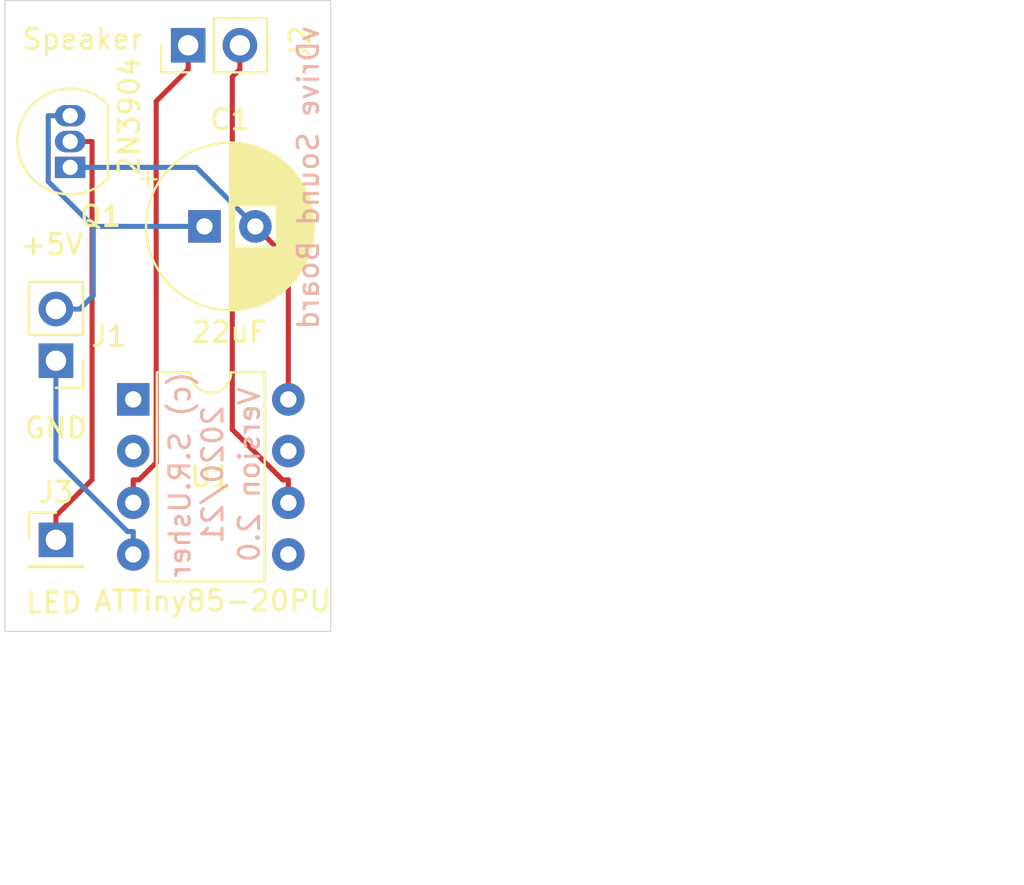
<source format=kicad_pcb>
(kicad_pcb (version 20171130) (host pcbnew "(5.1.7)-1")

  (general
    (thickness 1.6)
    (drawings 16)
    (tracks 31)
    (zones 0)
    (modules 6)
    (nets 11)
  )

  (page A4)
  (layers
    (0 F.Cu signal)
    (31 B.Cu signal)
    (32 B.Adhes user)
    (33 F.Adhes user)
    (34 B.Paste user)
    (35 F.Paste user)
    (36 B.SilkS user)
    (37 F.SilkS user)
    (38 B.Mask user)
    (39 F.Mask user)
    (40 Dwgs.User user)
    (41 Cmts.User user)
    (42 Eco1.User user)
    (43 Eco2.User user)
    (44 Edge.Cuts user)
    (45 Margin user)
    (46 B.CrtYd user)
    (47 F.CrtYd user)
    (48 B.Fab user)
    (49 F.Fab user)
  )

  (setup
    (last_trace_width 0.25)
    (trace_clearance 0.2)
    (zone_clearance 0.508)
    (zone_45_only no)
    (trace_min 0.2)
    (via_size 0.8)
    (via_drill 0.4)
    (via_min_size 0.4)
    (via_min_drill 0.3)
    (uvia_size 0.3)
    (uvia_drill 0.1)
    (uvias_allowed no)
    (uvia_min_size 0.2)
    (uvia_min_drill 0.1)
    (edge_width 0.05)
    (segment_width 0.2)
    (pcb_text_width 0.3)
    (pcb_text_size 1.5 1.5)
    (mod_edge_width 0.12)
    (mod_text_size 1 1)
    (mod_text_width 0.15)
    (pad_size 1.524 1.524)
    (pad_drill 0.762)
    (pad_to_mask_clearance 0)
    (aux_axis_origin 0 0)
    (visible_elements 7FFFFFFF)
    (pcbplotparams
      (layerselection 0x010fc_ffffffff)
      (usegerberextensions false)
      (usegerberattributes true)
      (usegerberadvancedattributes true)
      (creategerberjobfile true)
      (excludeedgelayer true)
      (linewidth 0.100000)
      (plotframeref false)
      (viasonmask false)
      (mode 1)
      (useauxorigin false)
      (hpglpennumber 1)
      (hpglpenspeed 20)
      (hpglpendiameter 15.000000)
      (psnegative false)
      (psa4output false)
      (plotreference true)
      (plotvalue true)
      (plotinvisibletext false)
      (padsonsilk false)
      (subtractmaskfromsilk false)
      (outputformat 1)
      (mirror false)
      (drillshape 0)
      (scaleselection 1)
      (outputdirectory "Gerber/"))
  )

  (net 0 "")
  (net 1 CHIP-POWER)
  (net 2 +5V)
  (net 3 GND)
  (net 4 SPK1)
  (net 5 SPK2)
  (net 6 LED)
  (net 7 "Net-(U1-Pad7)")
  (net 8 "Net-(U1-Pad2)")
  (net 9 "Net-(U1-Pad5)")
  (net 10 "Net-(U1-Pad1)")

  (net_class Default "This is the default net class."
    (clearance 0.2)
    (trace_width 0.25)
    (via_dia 0.8)
    (via_drill 0.4)
    (uvia_dia 0.3)
    (uvia_drill 0.1)
    (add_net +5V)
    (add_net CHIP-POWER)
    (add_net GND)
    (add_net LED)
    (add_net "Net-(U1-Pad1)")
    (add_net "Net-(U1-Pad2)")
    (add_net "Net-(U1-Pad5)")
    (add_net "Net-(U1-Pad7)")
    (add_net SPK1)
    (add_net SPK2)
  )

  (module Package_DIP:DIP-8_W7.62mm (layer F.Cu) (tedit 5A02E8C5) (tstamp 6152F3FE)
    (at 116.3 61.6)
    (descr "8-lead though-hole mounted DIP package, row spacing 7.62 mm (300 mils)")
    (tags "THT DIP DIL PDIP 2.54mm 7.62mm 300mil")
    (path /5EF7961C)
    (fp_text reference U1 (at 3.81 3.8) (layer F.SilkS)
      (effects (font (size 1 1) (thickness 0.15)))
    )
    (fp_text value ATtiny85-20PU (at 3.81 9.95) (layer F.Fab)
      (effects (font (size 1 1) (thickness 0.15)))
    )
    (fp_line (start 8.7 -1.55) (end -1.1 -1.55) (layer F.CrtYd) (width 0.05))
    (fp_line (start 8.7 9.15) (end 8.7 -1.55) (layer F.CrtYd) (width 0.05))
    (fp_line (start -1.1 9.15) (end 8.7 9.15) (layer F.CrtYd) (width 0.05))
    (fp_line (start -1.1 -1.55) (end -1.1 9.15) (layer F.CrtYd) (width 0.05))
    (fp_line (start 6.46 -1.33) (end 4.81 -1.33) (layer F.SilkS) (width 0.12))
    (fp_line (start 6.46 8.95) (end 6.46 -1.33) (layer F.SilkS) (width 0.12))
    (fp_line (start 1.16 8.95) (end 6.46 8.95) (layer F.SilkS) (width 0.12))
    (fp_line (start 1.16 -1.33) (end 1.16 8.95) (layer F.SilkS) (width 0.12))
    (fp_line (start 2.81 -1.33) (end 1.16 -1.33) (layer F.SilkS) (width 0.12))
    (fp_line (start 0.635 -0.27) (end 1.635 -1.27) (layer F.Fab) (width 0.1))
    (fp_line (start 0.635 8.89) (end 0.635 -0.27) (layer F.Fab) (width 0.1))
    (fp_line (start 6.985 8.89) (end 0.635 8.89) (layer F.Fab) (width 0.1))
    (fp_line (start 6.985 -1.27) (end 6.985 8.89) (layer F.Fab) (width 0.1))
    (fp_line (start 1.635 -1.27) (end 6.985 -1.27) (layer F.Fab) (width 0.1))
    (fp_text user %R (at 3.81 3.81) (layer F.Fab)
      (effects (font (size 1 1) (thickness 0.15)))
    )
    (fp_arc (start 3.81 -1.33) (end 2.81 -1.33) (angle -180) (layer F.SilkS) (width 0.12))
    (pad 8 thru_hole oval (at 7.62 0) (size 1.6 1.6) (drill 0.8) (layers *.Cu *.Mask)
      (net 1 CHIP-POWER))
    (pad 4 thru_hole oval (at 0 7.62) (size 1.6 1.6) (drill 0.8) (layers *.Cu *.Mask)
      (net 3 GND))
    (pad 7 thru_hole oval (at 7.62 2.54) (size 1.6 1.6) (drill 0.8) (layers *.Cu *.Mask)
      (net 7 "Net-(U1-Pad7)"))
    (pad 3 thru_hole oval (at 0 5.08) (size 1.6 1.6) (drill 0.8) (layers *.Cu *.Mask)
      (net 5 SPK2))
    (pad 6 thru_hole oval (at 7.62 5.08) (size 1.6 1.6) (drill 0.8) (layers *.Cu *.Mask)
      (net 4 SPK1))
    (pad 2 thru_hole oval (at 0 2.54) (size 1.6 1.6) (drill 0.8) (layers *.Cu *.Mask)
      (net 8 "Net-(U1-Pad2)"))
    (pad 5 thru_hole oval (at 7.62 7.62) (size 1.6 1.6) (drill 0.8) (layers *.Cu *.Mask)
      (net 9 "Net-(U1-Pad5)"))
    (pad 1 thru_hole rect (at 0 0) (size 1.6 1.6) (drill 0.8) (layers *.Cu *.Mask)
      (net 10 "Net-(U1-Pad1)"))
    (model ${KISYS3DMOD}/Package_DIP.3dshapes/DIP-8_W7.62mm.wrl
      (at (xyz 0 0 0))
      (scale (xyz 1 1 1))
      (rotate (xyz 0 0 0))
    )
  )

  (module Package_TO_SOT_THT:TO-92_Inline (layer F.Cu) (tedit 5A1DD157) (tstamp 6152F3E2)
    (at 113.2 50.2 90)
    (descr "TO-92 leads in-line, narrow, oval pads, drill 0.75mm (see NXP sot054_po.pdf)")
    (tags "to-92 sc-43 sc-43a sot54 PA33 transistor")
    (path /5EF7C242)
    (fp_text reference Q1 (at -2.4 1.5 180) (layer F.SilkS)
      (effects (font (size 1 1) (thickness 0.15)))
    )
    (fp_text value 2N3904 (at 1.1 -2.6 90) (layer F.Fab)
      (effects (font (size 1 1) (thickness 0.15)))
    )
    (fp_line (start 4 2.01) (end -1.46 2.01) (layer F.CrtYd) (width 0.05))
    (fp_line (start 4 2.01) (end 4 -2.73) (layer F.CrtYd) (width 0.05))
    (fp_line (start -1.46 -2.73) (end -1.46 2.01) (layer F.CrtYd) (width 0.05))
    (fp_line (start -1.46 -2.73) (end 4 -2.73) (layer F.CrtYd) (width 0.05))
    (fp_line (start -0.5 1.75) (end 3 1.75) (layer F.Fab) (width 0.1))
    (fp_line (start -0.53 1.85) (end 3.07 1.85) (layer F.SilkS) (width 0.12))
    (fp_arc (start 1.27 0) (end 1.27 -2.6) (angle 135) (layer F.SilkS) (width 0.12))
    (fp_arc (start 1.27 0) (end 1.27 -2.48) (angle -135) (layer F.Fab) (width 0.1))
    (fp_arc (start 1.27 0) (end 1.27 -2.6) (angle -135) (layer F.SilkS) (width 0.12))
    (fp_arc (start 1.27 0) (end 1.27 -2.48) (angle 135) (layer F.Fab) (width 0.1))
    (fp_text user %R (at 1.27 0 90) (layer F.Fab)
      (effects (font (size 1 1) (thickness 0.15)))
    )
    (pad 1 thru_hole rect (at 0 0 90) (size 1.05 1.5) (drill 0.75) (layers *.Cu *.Mask)
      (net 1 CHIP-POWER))
    (pad 3 thru_hole oval (at 2.54 0 90) (size 1.05 1.5) (drill 0.75) (layers *.Cu *.Mask)
      (net 2 +5V))
    (pad 2 thru_hole oval (at 1.27 0 90) (size 1.05 1.5) (drill 0.75) (layers *.Cu *.Mask)
      (net 6 LED))
    (model ${KISYS3DMOD}/Package_TO_SOT_THT.3dshapes/TO-92_Inline.wrl
      (at (xyz 0 0 0))
      (scale (xyz 1 1 1))
      (rotate (xyz 0 0 0))
    )
  )

  (module Connector_PinHeader_2.54mm:PinHeader_1x01_P2.54mm_Vertical (layer F.Cu) (tedit 59FED5CC) (tstamp 6152F3D0)
    (at 112.5 68.5)
    (descr "Through hole straight pin header, 1x01, 2.54mm pitch, single row")
    (tags "Through hole pin header THT 1x01 2.54mm single row")
    (path /6152EBFD)
    (fp_text reference J3 (at 0 -2.33) (layer F.SilkS)
      (effects (font (size 1 1) (thickness 0.15)))
    )
    (fp_text value "Wire to LED" (at 0 2.33) (layer F.Fab) hide
      (effects (font (size 1 1) (thickness 0.15)))
    )
    (fp_line (start 1.8 -1.8) (end -1.8 -1.8) (layer F.CrtYd) (width 0.05))
    (fp_line (start 1.8 1.8) (end 1.8 -1.8) (layer F.CrtYd) (width 0.05))
    (fp_line (start -1.8 1.8) (end 1.8 1.8) (layer F.CrtYd) (width 0.05))
    (fp_line (start -1.8 -1.8) (end -1.8 1.8) (layer F.CrtYd) (width 0.05))
    (fp_line (start -1.33 -1.33) (end 0 -1.33) (layer F.SilkS) (width 0.12))
    (fp_line (start -1.33 0) (end -1.33 -1.33) (layer F.SilkS) (width 0.12))
    (fp_line (start -1.33 1.27) (end 1.33 1.27) (layer F.SilkS) (width 0.12))
    (fp_line (start 1.33 1.27) (end 1.33 1.33) (layer F.SilkS) (width 0.12))
    (fp_line (start -1.33 1.27) (end -1.33 1.33) (layer F.SilkS) (width 0.12))
    (fp_line (start -1.33 1.33) (end 1.33 1.33) (layer F.SilkS) (width 0.12))
    (fp_line (start -1.27 -0.635) (end -0.635 -1.27) (layer F.Fab) (width 0.1))
    (fp_line (start -1.27 1.27) (end -1.27 -0.635) (layer F.Fab) (width 0.1))
    (fp_line (start 1.27 1.27) (end -1.27 1.27) (layer F.Fab) (width 0.1))
    (fp_line (start 1.27 -1.27) (end 1.27 1.27) (layer F.Fab) (width 0.1))
    (fp_line (start -0.635 -1.27) (end 1.27 -1.27) (layer F.Fab) (width 0.1))
    (fp_text user %R (at 0 0 90) (layer F.Fab)
      (effects (font (size 1 1) (thickness 0.15)))
    )
    (pad 1 thru_hole rect (at 0 0) (size 1.7 1.7) (drill 1) (layers *.Cu *.Mask)
      (net 6 LED))
    (model ${KISYS3DMOD}/Connector_PinHeader_2.54mm.3dshapes/PinHeader_1x01_P2.54mm_Vertical.wrl
      (at (xyz 0 0 0))
      (scale (xyz 1 1 1))
      (rotate (xyz 0 0 0))
    )
  )

  (module Connector_PinHeader_2.54mm:PinHeader_1x02_P2.54mm_Vertical (layer F.Cu) (tedit 59FED5CC) (tstamp 6152F3BB)
    (at 119 44.2 90)
    (descr "Through hole straight pin header, 1x02, 2.54mm pitch, single row")
    (tags "Through hole pin header THT 1x02 2.54mm single row")
    (path /6150D1CE)
    (fp_text reference J2 (at 0.1 5.5 90) (layer F.SilkS)
      (effects (font (size 1 1) (thickness 0.15)))
    )
    (fp_text value "Speaker Connector" (at 0 4.87 90) (layer F.Fab) hide
      (effects (font (size 1 1) (thickness 0.15)))
    )
    (fp_line (start 1.8 -1.8) (end -1.8 -1.8) (layer F.CrtYd) (width 0.05))
    (fp_line (start 1.8 4.35) (end 1.8 -1.8) (layer F.CrtYd) (width 0.05))
    (fp_line (start -1.8 4.35) (end 1.8 4.35) (layer F.CrtYd) (width 0.05))
    (fp_line (start -1.8 -1.8) (end -1.8 4.35) (layer F.CrtYd) (width 0.05))
    (fp_line (start -1.33 -1.33) (end 0 -1.33) (layer F.SilkS) (width 0.12))
    (fp_line (start -1.33 0) (end -1.33 -1.33) (layer F.SilkS) (width 0.12))
    (fp_line (start -1.33 1.27) (end 1.33 1.27) (layer F.SilkS) (width 0.12))
    (fp_line (start 1.33 1.27) (end 1.33 3.87) (layer F.SilkS) (width 0.12))
    (fp_line (start -1.33 1.27) (end -1.33 3.87) (layer F.SilkS) (width 0.12))
    (fp_line (start -1.33 3.87) (end 1.33 3.87) (layer F.SilkS) (width 0.12))
    (fp_line (start -1.27 -0.635) (end -0.635 -1.27) (layer F.Fab) (width 0.1))
    (fp_line (start -1.27 3.81) (end -1.27 -0.635) (layer F.Fab) (width 0.1))
    (fp_line (start 1.27 3.81) (end -1.27 3.81) (layer F.Fab) (width 0.1))
    (fp_line (start 1.27 -1.27) (end 1.27 3.81) (layer F.Fab) (width 0.1))
    (fp_line (start -0.635 -1.27) (end 1.27 -1.27) (layer F.Fab) (width 0.1))
    (fp_text user %R (at 0 1.27) (layer F.Fab)
      (effects (font (size 1 1) (thickness 0.15)))
    )
    (pad 2 thru_hole oval (at 0 2.54 90) (size 1.7 1.7) (drill 1) (layers *.Cu *.Mask)
      (net 4 SPK1))
    (pad 1 thru_hole rect (at 0 0 90) (size 1.7 1.7) (drill 1) (layers *.Cu *.Mask)
      (net 5 SPK2))
    (model ${KISYS3DMOD}/Connector_PinHeader_2.54mm.3dshapes/PinHeader_1x02_P2.54mm_Vertical.wrl
      (at (xyz 0 0 0))
      (scale (xyz 1 1 1))
      (rotate (xyz 0 0 0))
    )
  )

  (module Connector_PinHeader_2.54mm:PinHeader_1x02_P2.54mm_Vertical (layer F.Cu) (tedit 59FED5CC) (tstamp 6153079A)
    (at 112.5 59.7 180)
    (descr "Through hole straight pin header, 1x02, 2.54mm pitch, single row")
    (tags "Through hole pin header THT 1x02 2.54mm single row")
    (path /6152FB75)
    (fp_text reference J1 (at -2.6 1.2) (layer F.SilkS)
      (effects (font (size 1 1) (thickness 0.15)))
    )
    (fp_text value "Power Connector" (at 0 4.87) (layer F.Fab) hide
      (effects (font (size 1 1) (thickness 0.15)))
    )
    (fp_line (start 1.8 -1.8) (end -1.8 -1.8) (layer F.CrtYd) (width 0.05))
    (fp_line (start 1.8 4.35) (end 1.8 -1.8) (layer F.CrtYd) (width 0.05))
    (fp_line (start -1.8 4.35) (end 1.8 4.35) (layer F.CrtYd) (width 0.05))
    (fp_line (start -1.8 -1.8) (end -1.8 4.35) (layer F.CrtYd) (width 0.05))
    (fp_line (start -1.33 -1.33) (end 0 -1.33) (layer F.SilkS) (width 0.12))
    (fp_line (start -1.33 0) (end -1.33 -1.33) (layer F.SilkS) (width 0.12))
    (fp_line (start -1.33 1.27) (end 1.33 1.27) (layer F.SilkS) (width 0.12))
    (fp_line (start 1.33 1.27) (end 1.33 3.87) (layer F.SilkS) (width 0.12))
    (fp_line (start -1.33 1.27) (end -1.33 3.87) (layer F.SilkS) (width 0.12))
    (fp_line (start -1.33 3.87) (end 1.33 3.87) (layer F.SilkS) (width 0.12))
    (fp_line (start -1.27 -0.635) (end -0.635 -1.27) (layer F.Fab) (width 0.1))
    (fp_line (start -1.27 3.81) (end -1.27 -0.635) (layer F.Fab) (width 0.1))
    (fp_line (start 1.27 3.81) (end -1.27 3.81) (layer F.Fab) (width 0.1))
    (fp_line (start 1.27 -1.27) (end 1.27 3.81) (layer F.Fab) (width 0.1))
    (fp_line (start -0.635 -1.27) (end 1.27 -1.27) (layer F.Fab) (width 0.1))
    (fp_text user %R (at 0 1.27 90) (layer F.Fab)
      (effects (font (size 1 1) (thickness 0.15)))
    )
    (pad 2 thru_hole oval (at 0 2.54 180) (size 1.7 1.7) (drill 1) (layers *.Cu *.Mask)
      (net 2 +5V))
    (pad 1 thru_hole rect (at 0 0 180) (size 1.7 1.7) (drill 1) (layers *.Cu *.Mask)
      (net 3 GND))
    (model ${KISYS3DMOD}/Connector_PinHeader_2.54mm.3dshapes/PinHeader_1x02_P2.54mm_Vertical.wrl
      (at (xyz 0 0 0))
      (scale (xyz 1 1 1))
      (rotate (xyz 0 0 0))
    )
  )

  (module Capacitor_THT:CP_Radial_D8.0mm_P2.50mm (layer F.Cu) (tedit 5AE50EF0) (tstamp 6152F38F)
    (at 119.8 53.1)
    (descr "CP, Radial series, Radial, pin pitch=2.50mm, , diameter=8mm, Electrolytic Capacitor")
    (tags "CP Radial series Radial pin pitch 2.50mm  diameter 8mm Electrolytic Capacitor")
    (path /5EF81E3F)
    (fp_text reference C1 (at 1.25 -5.25) (layer F.SilkS)
      (effects (font (size 1 1) (thickness 0.15)))
    )
    (fp_text value 22uF (at 1.25 5.25) (layer F.Fab)
      (effects (font (size 1 1) (thickness 0.15)))
    )
    (fp_line (start -2.759698 -2.715) (end -2.759698 -1.915) (layer F.SilkS) (width 0.12))
    (fp_line (start -3.159698 -2.315) (end -2.359698 -2.315) (layer F.SilkS) (width 0.12))
    (fp_line (start 5.331 -0.533) (end 5.331 0.533) (layer F.SilkS) (width 0.12))
    (fp_line (start 5.291 -0.768) (end 5.291 0.768) (layer F.SilkS) (width 0.12))
    (fp_line (start 5.251 -0.948) (end 5.251 0.948) (layer F.SilkS) (width 0.12))
    (fp_line (start 5.211 -1.098) (end 5.211 1.098) (layer F.SilkS) (width 0.12))
    (fp_line (start 5.171 -1.229) (end 5.171 1.229) (layer F.SilkS) (width 0.12))
    (fp_line (start 5.131 -1.346) (end 5.131 1.346) (layer F.SilkS) (width 0.12))
    (fp_line (start 5.091 -1.453) (end 5.091 1.453) (layer F.SilkS) (width 0.12))
    (fp_line (start 5.051 -1.552) (end 5.051 1.552) (layer F.SilkS) (width 0.12))
    (fp_line (start 5.011 -1.645) (end 5.011 1.645) (layer F.SilkS) (width 0.12))
    (fp_line (start 4.971 -1.731) (end 4.971 1.731) (layer F.SilkS) (width 0.12))
    (fp_line (start 4.931 -1.813) (end 4.931 1.813) (layer F.SilkS) (width 0.12))
    (fp_line (start 4.891 -1.89) (end 4.891 1.89) (layer F.SilkS) (width 0.12))
    (fp_line (start 4.851 -1.964) (end 4.851 1.964) (layer F.SilkS) (width 0.12))
    (fp_line (start 4.811 -2.034) (end 4.811 2.034) (layer F.SilkS) (width 0.12))
    (fp_line (start 4.771 -2.102) (end 4.771 2.102) (layer F.SilkS) (width 0.12))
    (fp_line (start 4.731 -2.166) (end 4.731 2.166) (layer F.SilkS) (width 0.12))
    (fp_line (start 4.691 -2.228) (end 4.691 2.228) (layer F.SilkS) (width 0.12))
    (fp_line (start 4.651 -2.287) (end 4.651 2.287) (layer F.SilkS) (width 0.12))
    (fp_line (start 4.611 -2.345) (end 4.611 2.345) (layer F.SilkS) (width 0.12))
    (fp_line (start 4.571 -2.4) (end 4.571 2.4) (layer F.SilkS) (width 0.12))
    (fp_line (start 4.531 -2.454) (end 4.531 2.454) (layer F.SilkS) (width 0.12))
    (fp_line (start 4.491 -2.505) (end 4.491 2.505) (layer F.SilkS) (width 0.12))
    (fp_line (start 4.451 -2.556) (end 4.451 2.556) (layer F.SilkS) (width 0.12))
    (fp_line (start 4.411 -2.604) (end 4.411 2.604) (layer F.SilkS) (width 0.12))
    (fp_line (start 4.371 -2.651) (end 4.371 2.651) (layer F.SilkS) (width 0.12))
    (fp_line (start 4.331 -2.697) (end 4.331 2.697) (layer F.SilkS) (width 0.12))
    (fp_line (start 4.291 -2.741) (end 4.291 2.741) (layer F.SilkS) (width 0.12))
    (fp_line (start 4.251 -2.784) (end 4.251 2.784) (layer F.SilkS) (width 0.12))
    (fp_line (start 4.211 -2.826) (end 4.211 2.826) (layer F.SilkS) (width 0.12))
    (fp_line (start 4.171 -2.867) (end 4.171 2.867) (layer F.SilkS) (width 0.12))
    (fp_line (start 4.131 -2.907) (end 4.131 2.907) (layer F.SilkS) (width 0.12))
    (fp_line (start 4.091 -2.945) (end 4.091 2.945) (layer F.SilkS) (width 0.12))
    (fp_line (start 4.051 -2.983) (end 4.051 2.983) (layer F.SilkS) (width 0.12))
    (fp_line (start 4.011 -3.019) (end 4.011 3.019) (layer F.SilkS) (width 0.12))
    (fp_line (start 3.971 -3.055) (end 3.971 3.055) (layer F.SilkS) (width 0.12))
    (fp_line (start 3.931 -3.09) (end 3.931 3.09) (layer F.SilkS) (width 0.12))
    (fp_line (start 3.891 -3.124) (end 3.891 3.124) (layer F.SilkS) (width 0.12))
    (fp_line (start 3.851 -3.156) (end 3.851 3.156) (layer F.SilkS) (width 0.12))
    (fp_line (start 3.811 -3.189) (end 3.811 3.189) (layer F.SilkS) (width 0.12))
    (fp_line (start 3.771 -3.22) (end 3.771 3.22) (layer F.SilkS) (width 0.12))
    (fp_line (start 3.731 -3.25) (end 3.731 3.25) (layer F.SilkS) (width 0.12))
    (fp_line (start 3.691 -3.28) (end 3.691 3.28) (layer F.SilkS) (width 0.12))
    (fp_line (start 3.651 -3.309) (end 3.651 3.309) (layer F.SilkS) (width 0.12))
    (fp_line (start 3.611 -3.338) (end 3.611 3.338) (layer F.SilkS) (width 0.12))
    (fp_line (start 3.571 -3.365) (end 3.571 3.365) (layer F.SilkS) (width 0.12))
    (fp_line (start 3.531 1.04) (end 3.531 3.392) (layer F.SilkS) (width 0.12))
    (fp_line (start 3.531 -3.392) (end 3.531 -1.04) (layer F.SilkS) (width 0.12))
    (fp_line (start 3.491 1.04) (end 3.491 3.418) (layer F.SilkS) (width 0.12))
    (fp_line (start 3.491 -3.418) (end 3.491 -1.04) (layer F.SilkS) (width 0.12))
    (fp_line (start 3.451 1.04) (end 3.451 3.444) (layer F.SilkS) (width 0.12))
    (fp_line (start 3.451 -3.444) (end 3.451 -1.04) (layer F.SilkS) (width 0.12))
    (fp_line (start 3.411 1.04) (end 3.411 3.469) (layer F.SilkS) (width 0.12))
    (fp_line (start 3.411 -3.469) (end 3.411 -1.04) (layer F.SilkS) (width 0.12))
    (fp_line (start 3.371 1.04) (end 3.371 3.493) (layer F.SilkS) (width 0.12))
    (fp_line (start 3.371 -3.493) (end 3.371 -1.04) (layer F.SilkS) (width 0.12))
    (fp_line (start 3.331 1.04) (end 3.331 3.517) (layer F.SilkS) (width 0.12))
    (fp_line (start 3.331 -3.517) (end 3.331 -1.04) (layer F.SilkS) (width 0.12))
    (fp_line (start 3.291 1.04) (end 3.291 3.54) (layer F.SilkS) (width 0.12))
    (fp_line (start 3.291 -3.54) (end 3.291 -1.04) (layer F.SilkS) (width 0.12))
    (fp_line (start 3.251 1.04) (end 3.251 3.562) (layer F.SilkS) (width 0.12))
    (fp_line (start 3.251 -3.562) (end 3.251 -1.04) (layer F.SilkS) (width 0.12))
    (fp_line (start 3.211 1.04) (end 3.211 3.584) (layer F.SilkS) (width 0.12))
    (fp_line (start 3.211 -3.584) (end 3.211 -1.04) (layer F.SilkS) (width 0.12))
    (fp_line (start 3.171 1.04) (end 3.171 3.606) (layer F.SilkS) (width 0.12))
    (fp_line (start 3.171 -3.606) (end 3.171 -1.04) (layer F.SilkS) (width 0.12))
    (fp_line (start 3.131 1.04) (end 3.131 3.627) (layer F.SilkS) (width 0.12))
    (fp_line (start 3.131 -3.627) (end 3.131 -1.04) (layer F.SilkS) (width 0.12))
    (fp_line (start 3.091 1.04) (end 3.091 3.647) (layer F.SilkS) (width 0.12))
    (fp_line (start 3.091 -3.647) (end 3.091 -1.04) (layer F.SilkS) (width 0.12))
    (fp_line (start 3.051 1.04) (end 3.051 3.666) (layer F.SilkS) (width 0.12))
    (fp_line (start 3.051 -3.666) (end 3.051 -1.04) (layer F.SilkS) (width 0.12))
    (fp_line (start 3.011 1.04) (end 3.011 3.686) (layer F.SilkS) (width 0.12))
    (fp_line (start 3.011 -3.686) (end 3.011 -1.04) (layer F.SilkS) (width 0.12))
    (fp_line (start 2.971 1.04) (end 2.971 3.704) (layer F.SilkS) (width 0.12))
    (fp_line (start 2.971 -3.704) (end 2.971 -1.04) (layer F.SilkS) (width 0.12))
    (fp_line (start 2.931 1.04) (end 2.931 3.722) (layer F.SilkS) (width 0.12))
    (fp_line (start 2.931 -3.722) (end 2.931 -1.04) (layer F.SilkS) (width 0.12))
    (fp_line (start 2.891 1.04) (end 2.891 3.74) (layer F.SilkS) (width 0.12))
    (fp_line (start 2.891 -3.74) (end 2.891 -1.04) (layer F.SilkS) (width 0.12))
    (fp_line (start 2.851 1.04) (end 2.851 3.757) (layer F.SilkS) (width 0.12))
    (fp_line (start 2.851 -3.757) (end 2.851 -1.04) (layer F.SilkS) (width 0.12))
    (fp_line (start 2.811 1.04) (end 2.811 3.774) (layer F.SilkS) (width 0.12))
    (fp_line (start 2.811 -3.774) (end 2.811 -1.04) (layer F.SilkS) (width 0.12))
    (fp_line (start 2.771 1.04) (end 2.771 3.79) (layer F.SilkS) (width 0.12))
    (fp_line (start 2.771 -3.79) (end 2.771 -1.04) (layer F.SilkS) (width 0.12))
    (fp_line (start 2.731 1.04) (end 2.731 3.805) (layer F.SilkS) (width 0.12))
    (fp_line (start 2.731 -3.805) (end 2.731 -1.04) (layer F.SilkS) (width 0.12))
    (fp_line (start 2.691 1.04) (end 2.691 3.821) (layer F.SilkS) (width 0.12))
    (fp_line (start 2.691 -3.821) (end 2.691 -1.04) (layer F.SilkS) (width 0.12))
    (fp_line (start 2.651 1.04) (end 2.651 3.835) (layer F.SilkS) (width 0.12))
    (fp_line (start 2.651 -3.835) (end 2.651 -1.04) (layer F.SilkS) (width 0.12))
    (fp_line (start 2.611 1.04) (end 2.611 3.85) (layer F.SilkS) (width 0.12))
    (fp_line (start 2.611 -3.85) (end 2.611 -1.04) (layer F.SilkS) (width 0.12))
    (fp_line (start 2.571 1.04) (end 2.571 3.863) (layer F.SilkS) (width 0.12))
    (fp_line (start 2.571 -3.863) (end 2.571 -1.04) (layer F.SilkS) (width 0.12))
    (fp_line (start 2.531 1.04) (end 2.531 3.877) (layer F.SilkS) (width 0.12))
    (fp_line (start 2.531 -3.877) (end 2.531 -1.04) (layer F.SilkS) (width 0.12))
    (fp_line (start 2.491 1.04) (end 2.491 3.889) (layer F.SilkS) (width 0.12))
    (fp_line (start 2.491 -3.889) (end 2.491 -1.04) (layer F.SilkS) (width 0.12))
    (fp_line (start 2.451 1.04) (end 2.451 3.902) (layer F.SilkS) (width 0.12))
    (fp_line (start 2.451 -3.902) (end 2.451 -1.04) (layer F.SilkS) (width 0.12))
    (fp_line (start 2.411 1.04) (end 2.411 3.914) (layer F.SilkS) (width 0.12))
    (fp_line (start 2.411 -3.914) (end 2.411 -1.04) (layer F.SilkS) (width 0.12))
    (fp_line (start 2.371 1.04) (end 2.371 3.925) (layer F.SilkS) (width 0.12))
    (fp_line (start 2.371 -3.925) (end 2.371 -1.04) (layer F.SilkS) (width 0.12))
    (fp_line (start 2.331 1.04) (end 2.331 3.936) (layer F.SilkS) (width 0.12))
    (fp_line (start 2.331 -3.936) (end 2.331 -1.04) (layer F.SilkS) (width 0.12))
    (fp_line (start 2.291 1.04) (end 2.291 3.947) (layer F.SilkS) (width 0.12))
    (fp_line (start 2.291 -3.947) (end 2.291 -1.04) (layer F.SilkS) (width 0.12))
    (fp_line (start 2.251 1.04) (end 2.251 3.957) (layer F.SilkS) (width 0.12))
    (fp_line (start 2.251 -3.957) (end 2.251 -1.04) (layer F.SilkS) (width 0.12))
    (fp_line (start 2.211 1.04) (end 2.211 3.967) (layer F.SilkS) (width 0.12))
    (fp_line (start 2.211 -3.967) (end 2.211 -1.04) (layer F.SilkS) (width 0.12))
    (fp_line (start 2.171 1.04) (end 2.171 3.976) (layer F.SilkS) (width 0.12))
    (fp_line (start 2.171 -3.976) (end 2.171 -1.04) (layer F.SilkS) (width 0.12))
    (fp_line (start 2.131 1.04) (end 2.131 3.985) (layer F.SilkS) (width 0.12))
    (fp_line (start 2.131 -3.985) (end 2.131 -1.04) (layer F.SilkS) (width 0.12))
    (fp_line (start 2.091 1.04) (end 2.091 3.994) (layer F.SilkS) (width 0.12))
    (fp_line (start 2.091 -3.994) (end 2.091 -1.04) (layer F.SilkS) (width 0.12))
    (fp_line (start 2.051 1.04) (end 2.051 4.002) (layer F.SilkS) (width 0.12))
    (fp_line (start 2.051 -4.002) (end 2.051 -1.04) (layer F.SilkS) (width 0.12))
    (fp_line (start 2.011 1.04) (end 2.011 4.01) (layer F.SilkS) (width 0.12))
    (fp_line (start 2.011 -4.01) (end 2.011 -1.04) (layer F.SilkS) (width 0.12))
    (fp_line (start 1.971 1.04) (end 1.971 4.017) (layer F.SilkS) (width 0.12))
    (fp_line (start 1.971 -4.017) (end 1.971 -1.04) (layer F.SilkS) (width 0.12))
    (fp_line (start 1.93 1.04) (end 1.93 4.024) (layer F.SilkS) (width 0.12))
    (fp_line (start 1.93 -4.024) (end 1.93 -1.04) (layer F.SilkS) (width 0.12))
    (fp_line (start 1.89 1.04) (end 1.89 4.03) (layer F.SilkS) (width 0.12))
    (fp_line (start 1.89 -4.03) (end 1.89 -1.04) (layer F.SilkS) (width 0.12))
    (fp_line (start 1.85 1.04) (end 1.85 4.037) (layer F.SilkS) (width 0.12))
    (fp_line (start 1.85 -4.037) (end 1.85 -1.04) (layer F.SilkS) (width 0.12))
    (fp_line (start 1.81 1.04) (end 1.81 4.042) (layer F.SilkS) (width 0.12))
    (fp_line (start 1.81 -4.042) (end 1.81 -1.04) (layer F.SilkS) (width 0.12))
    (fp_line (start 1.77 1.04) (end 1.77 4.048) (layer F.SilkS) (width 0.12))
    (fp_line (start 1.77 -4.048) (end 1.77 -1.04) (layer F.SilkS) (width 0.12))
    (fp_line (start 1.73 1.04) (end 1.73 4.052) (layer F.SilkS) (width 0.12))
    (fp_line (start 1.73 -4.052) (end 1.73 -1.04) (layer F.SilkS) (width 0.12))
    (fp_line (start 1.69 1.04) (end 1.69 4.057) (layer F.SilkS) (width 0.12))
    (fp_line (start 1.69 -4.057) (end 1.69 -1.04) (layer F.SilkS) (width 0.12))
    (fp_line (start 1.65 1.04) (end 1.65 4.061) (layer F.SilkS) (width 0.12))
    (fp_line (start 1.65 -4.061) (end 1.65 -1.04) (layer F.SilkS) (width 0.12))
    (fp_line (start 1.61 1.04) (end 1.61 4.065) (layer F.SilkS) (width 0.12))
    (fp_line (start 1.61 -4.065) (end 1.61 -1.04) (layer F.SilkS) (width 0.12))
    (fp_line (start 1.57 1.04) (end 1.57 4.068) (layer F.SilkS) (width 0.12))
    (fp_line (start 1.57 -4.068) (end 1.57 -1.04) (layer F.SilkS) (width 0.12))
    (fp_line (start 1.53 1.04) (end 1.53 4.071) (layer F.SilkS) (width 0.12))
    (fp_line (start 1.53 -4.071) (end 1.53 -1.04) (layer F.SilkS) (width 0.12))
    (fp_line (start 1.49 1.04) (end 1.49 4.074) (layer F.SilkS) (width 0.12))
    (fp_line (start 1.49 -4.074) (end 1.49 -1.04) (layer F.SilkS) (width 0.12))
    (fp_line (start 1.45 -4.076) (end 1.45 4.076) (layer F.SilkS) (width 0.12))
    (fp_line (start 1.41 -4.077) (end 1.41 4.077) (layer F.SilkS) (width 0.12))
    (fp_line (start 1.37 -4.079) (end 1.37 4.079) (layer F.SilkS) (width 0.12))
    (fp_line (start 1.33 -4.08) (end 1.33 4.08) (layer F.SilkS) (width 0.12))
    (fp_line (start 1.29 -4.08) (end 1.29 4.08) (layer F.SilkS) (width 0.12))
    (fp_line (start 1.25 -4.08) (end 1.25 4.08) (layer F.SilkS) (width 0.12))
    (fp_line (start -1.776759 -2.1475) (end -1.776759 -1.3475) (layer F.Fab) (width 0.1))
    (fp_line (start -2.176759 -1.7475) (end -1.376759 -1.7475) (layer F.Fab) (width 0.1))
    (fp_circle (center 1.25 0) (end 5.5 0) (layer F.CrtYd) (width 0.05))
    (fp_circle (center 1.25 0) (end 5.37 0) (layer F.SilkS) (width 0.12))
    (fp_circle (center 1.25 0) (end 5.25 0) (layer F.Fab) (width 0.1))
    (fp_text user %R (at 1.25 0) (layer F.Fab)
      (effects (font (size 1 1) (thickness 0.15)))
    )
    (pad 2 thru_hole circle (at 2.5 0) (size 1.6 1.6) (drill 0.8) (layers *.Cu *.Mask)
      (net 1 CHIP-POWER))
    (pad 1 thru_hole rect (at 0 0) (size 1.6 1.6) (drill 0.8) (layers *.Cu *.Mask)
      (net 2 +5V))
    (model ${KISYS3DMOD}/Capacitor_THT.3dshapes/CP_Radial_D8.0mm_P2.50mm.wrl
      (at (xyz 0 0 0))
      (scale (xyz 1 1 1))
      (rotate (xyz 0 0 0))
    )
  )

  (gr_text 2N3904 (at 116.1 47.7 90) (layer F.SilkS)
    (effects (font (size 1 1) (thickness 0.15)))
  )
  (gr_text 22uF (at 121 58.3) (layer F.SilkS)
    (effects (font (size 1 1) (thickness 0.15)))
  )
  (gr_text ATTiny85-20PU (at 120.2 71.5) (layer F.SilkS)
    (effects (font (size 1 1) (thickness 0.15)))
  )
  (gr_text "Version 2.0" (at 122 65.3 90) (layer B.SilkS)
    (effects (font (size 1 1) (thickness 0.15)) (justify mirror))
  )
  (gr_text "(c) S.R.Usher\n2020/21" (at 119.4 65.3 90) (layer B.SilkS)
    (effects (font (size 1 1) (thickness 0.15)) (justify mirror))
  )
  (gr_text "vDrive Sound Board" (at 124.9 50.7 90) (layer B.SilkS)
    (effects (font (size 1 1) (thickness 0.15)) (justify mirror))
  )
  (gr_text Speaker (at 113.8 43.9) (layer F.SilkS)
    (effects (font (size 1 1) (thickness 0.15)))
  )
  (gr_text LED (at 112.4 71.6) (layer F.SilkS)
    (effects (font (size 1 1) (thickness 0.15)))
  )
  (gr_text +5V (at 112.3 54) (layer F.SilkS)
    (effects (font (size 1 1) (thickness 0.15)))
  )
  (gr_text GND (at 112.5 63) (layer F.SilkS) (tstamp 615307C5)
    (effects (font (size 1 1) (thickness 0.15)))
  )
  (dimension 16 (width 0.15) (layer Dwgs.User)
    (gr_text "16.000 mm" (at 118 82.699999) (layer Dwgs.User)
      (effects (font (size 1 1) (thickness 0.15)))
    )
    (feature1 (pts (xy 126 79) (xy 126 81.98642)))
    (feature2 (pts (xy 110 79) (xy 110 81.98642)))
    (crossbar (pts (xy 110 81.399999) (xy 126 81.399999)))
    (arrow1a (pts (xy 126 81.399999) (xy 124.873496 81.98642)))
    (arrow1b (pts (xy 126 81.399999) (xy 124.873496 80.813578)))
    (arrow2a (pts (xy 110 81.399999) (xy 111.126504 81.98642)))
    (arrow2b (pts (xy 110 81.399999) (xy 111.126504 80.813578)))
  )
  (gr_line (start 110 42) (end 110 73) (layer Edge.Cuts) (width 0.05) (tstamp 6153023D))
  (gr_line (start 126 42) (end 110 42) (layer Edge.Cuts) (width 0.05))
  (gr_line (start 126 73) (end 126 42) (layer Edge.Cuts) (width 0.05))
  (gr_line (start 110 73) (end 126 73) (layer Edge.Cuts) (width 0.05))
  (dimension 50 (width 0.15) (layer Dwgs.User)
    (gr_text "50.000 mm" (at 135 86.121161) (layer Dwgs.User)
      (effects (font (size 1 1) (thickness 0.15)))
    )
    (feature1 (pts (xy 160 80) (xy 160 85.407582)))
    (feature2 (pts (xy 110 80) (xy 110 85.407582)))
    (crossbar (pts (xy 110 84.821161) (xy 160 84.821161)))
    (arrow1a (pts (xy 160 84.821161) (xy 158.873496 85.407582)))
    (arrow1b (pts (xy 160 84.821161) (xy 158.873496 84.23474)))
    (arrow2a (pts (xy 110 84.821161) (xy 111.126504 85.407582)))
    (arrow2b (pts (xy 110 84.821161) (xy 111.126504 84.23474)))
  )

  (segment (start 122.3 53.1) (end 123.92 54.72) (width 0.25) (layer F.Cu) (net 1))
  (segment (start 123.92 54.72) (end 123.92 61.6) (width 0.25) (layer F.Cu) (net 1))
  (segment (start 122.3 53.1) (end 119.4 50.2) (width 0.25) (layer B.Cu) (net 1))
  (segment (start 119.4 50.2) (end 113.2 50.2) (width 0.25) (layer B.Cu) (net 1))
  (segment (start 114.3324 53.1) (end 112.1247 50.8923) (width 0.25) (layer B.Cu) (net 2))
  (segment (start 112.1247 50.8923) (end 112.1247 47.66) (width 0.25) (layer B.Cu) (net 2))
  (segment (start 119.8 53.1) (end 114.3324 53.1) (width 0.25) (layer B.Cu) (net 2))
  (segment (start 114.3324 53.1) (end 114.3324 56.5029) (width 0.25) (layer B.Cu) (net 2))
  (segment (start 114.3324 56.5029) (end 113.6753 57.16) (width 0.25) (layer B.Cu) (net 2))
  (segment (start 113.2 47.66) (end 112.1247 47.66) (width 0.25) (layer B.Cu) (net 2))
  (segment (start 112.5 57.16) (end 113.6753 57.16) (width 0.25) (layer B.Cu) (net 2))
  (segment (start 116.3 69.22) (end 116.3 68.0947) (width 0.25) (layer B.Cu) (net 3))
  (segment (start 112.5 59.7) (end 112.5 64.576) (width 0.25) (layer B.Cu) (net 3))
  (segment (start 112.5 64.576) (end 116.0187 68.0947) (width 0.25) (layer B.Cu) (net 3))
  (segment (start 116.0187 68.0947) (end 116.3 68.0947) (width 0.25) (layer B.Cu) (net 3))
  (segment (start 123.92 66.68) (end 123.92 65.5547) (width 0.25) (layer F.Cu) (net 4))
  (segment (start 121.54 44.2) (end 121.54 45.3753) (width 0.25) (layer F.Cu) (net 4))
  (segment (start 121.54 45.3753) (end 121.1671 45.7482) (width 0.25) (layer F.Cu) (net 4))
  (segment (start 121.1671 45.7482) (end 121.1671 63.0831) (width 0.25) (layer F.Cu) (net 4))
  (segment (start 121.1671 63.0831) (end 123.6387 65.5547) (width 0.25) (layer F.Cu) (net 4))
  (segment (start 123.6387 65.5547) (end 123.92 65.5547) (width 0.25) (layer F.Cu) (net 4))
  (segment (start 116.3 66.68) (end 116.3 65.5547) (width 0.25) (layer F.Cu) (net 5))
  (segment (start 119 44.2) (end 119 45.3753) (width 0.25) (layer F.Cu) (net 5))
  (segment (start 119 45.3753) (end 117.4253 46.95) (width 0.25) (layer F.Cu) (net 5))
  (segment (start 117.4253 46.95) (end 117.4253 64.7108) (width 0.25) (layer F.Cu) (net 5))
  (segment (start 117.4253 64.7108) (end 116.5814 65.5547) (width 0.25) (layer F.Cu) (net 5))
  (segment (start 116.5814 65.5547) (end 116.3 65.5547) (width 0.25) (layer F.Cu) (net 5))
  (segment (start 113.2 48.93) (end 114.2753 48.93) (width 0.25) (layer F.Cu) (net 6))
  (segment (start 112.5 68.5) (end 112.5 67.3247) (width 0.25) (layer F.Cu) (net 6))
  (segment (start 112.5 67.3247) (end 114.2753 65.5494) (width 0.25) (layer F.Cu) (net 6))
  (segment (start 114.2753 65.5494) (end 114.2753 48.93) (width 0.25) (layer F.Cu) (net 6))

)

</source>
